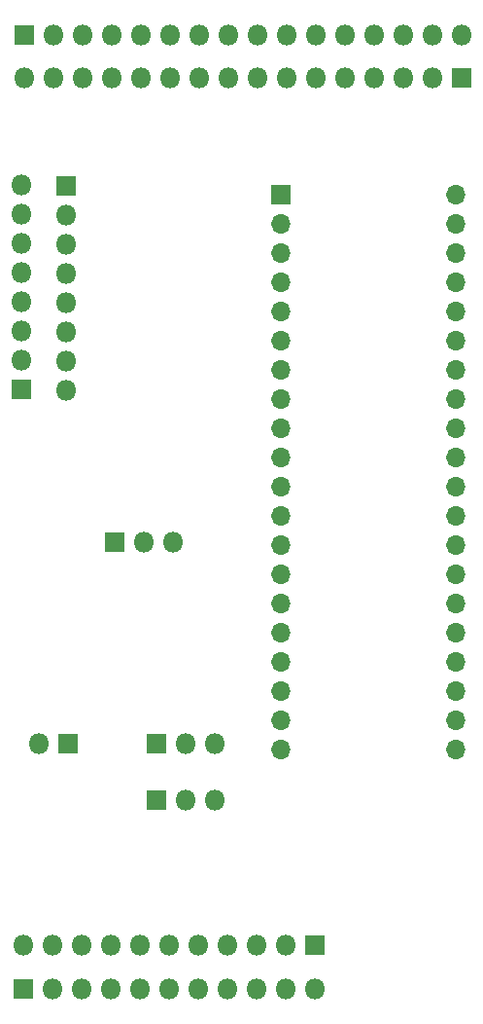
<source format=gbr>
%TF.GenerationSoftware,KiCad,Pcbnew,(5.1.6)-1*%
%TF.CreationDate,2020-09-22T22:20:25+03:00*%
%TF.ProjectId,Z80_devboard,5a38305f-6465-4766-926f-6172642e6b69,rev?*%
%TF.SameCoordinates,Original*%
%TF.FileFunction,Soldermask,Bot*%
%TF.FilePolarity,Negative*%
%FSLAX46Y46*%
G04 Gerber Fmt 4.6, Leading zero omitted, Abs format (unit mm)*
G04 Created by KiCad (PCBNEW (5.1.6)-1) date 2020-09-22 22:20:25*
%MOMM*%
%LPD*%
G01*
G04 APERTURE LIST*
%ADD10O,1.700000X1.700000*%
%ADD11R,1.700000X1.700000*%
%ADD12O,1.800000X1.800000*%
%ADD13R,1.800000X1.800000*%
G04 APERTURE END LIST*
D10*
%TO.C,U3*%
X116840000Y-69088000D03*
X101600000Y-117348000D03*
X116840000Y-71628000D03*
X101600000Y-114808000D03*
X116840000Y-74168000D03*
X101600000Y-112268000D03*
X116840000Y-76708000D03*
X101600000Y-109728000D03*
X116840000Y-79248000D03*
X101600000Y-107188000D03*
X116840000Y-81788000D03*
X101600000Y-104648000D03*
X116840000Y-84328000D03*
X101600000Y-102108000D03*
X116840000Y-86868000D03*
X101600000Y-99568000D03*
X116840000Y-89408000D03*
X101600000Y-97028000D03*
X116840000Y-91948000D03*
X101600000Y-94488000D03*
X116840000Y-94488000D03*
X101600000Y-91948000D03*
X116840000Y-97028000D03*
X101600000Y-89408000D03*
X116840000Y-99568000D03*
X101600000Y-86868000D03*
X116840000Y-102108000D03*
X101600000Y-84328000D03*
X116840000Y-104648000D03*
X101600000Y-81788000D03*
X116840000Y-107188000D03*
X101600000Y-79248000D03*
X116840000Y-109728000D03*
X101600000Y-76708000D03*
X116840000Y-112268000D03*
X101600000Y-74168000D03*
X116840000Y-114808000D03*
X101600000Y-71628000D03*
X116840000Y-117348000D03*
D11*
X101600000Y-69088000D03*
%TD*%
D12*
%TO.C,J10*%
X104584500Y-138163300D03*
X102044500Y-138163300D03*
X99504500Y-138163300D03*
X96964500Y-138163300D03*
X94424500Y-138163300D03*
X91884500Y-138163300D03*
X89344500Y-138163300D03*
X86804500Y-138163300D03*
X84264500Y-138163300D03*
X81724500Y-138163300D03*
D13*
X79184500Y-138163300D03*
%TD*%
D12*
%TO.C,J9*%
X117360700Y-55143400D03*
X114820700Y-55143400D03*
X112280700Y-55143400D03*
X109740700Y-55143400D03*
X107200700Y-55143400D03*
X104660700Y-55143400D03*
X102120700Y-55143400D03*
X99580700Y-55143400D03*
X97040700Y-55143400D03*
X94500700Y-55143400D03*
X91960700Y-55143400D03*
X89420700Y-55143400D03*
X86880700Y-55143400D03*
X84340700Y-55143400D03*
X81800700Y-55143400D03*
D13*
X79260700Y-55143400D03*
%TD*%
D12*
%TO.C,J8*%
X79070200Y-68237100D03*
X79070200Y-70777100D03*
X79070200Y-73317100D03*
X79070200Y-75857100D03*
X79070200Y-78397100D03*
X79070200Y-80937100D03*
X79070200Y-83477100D03*
D13*
X79070200Y-86017100D03*
%TD*%
D12*
%TO.C,J7*%
X95846900Y-121742200D03*
X93306900Y-121742200D03*
D13*
X90766900Y-121742200D03*
%TD*%
D12*
%TO.C,J6*%
X95885000Y-116776500D03*
X93345000Y-116776500D03*
D13*
X90805000Y-116776500D03*
%TD*%
D12*
%TO.C,J5*%
X92265500Y-99250500D03*
X89725500Y-99250500D03*
D13*
X87185500Y-99250500D03*
%TD*%
D12*
%TO.C,J4*%
X80581500Y-116840000D03*
D13*
X83121500Y-116840000D03*
%TD*%
D12*
%TO.C,J3*%
X79184500Y-134366000D03*
X81724500Y-134366000D03*
X84264500Y-134366000D03*
X86804500Y-134366000D03*
X89344500Y-134366000D03*
X91884500Y-134366000D03*
X94424500Y-134366000D03*
X96964500Y-134366000D03*
X99504500Y-134366000D03*
X102044500Y-134366000D03*
D13*
X104584500Y-134366000D03*
%TD*%
D12*
%TO.C,J2*%
X79248000Y-58864500D03*
X81788000Y-58864500D03*
X84328000Y-58864500D03*
X86868000Y-58864500D03*
X89408000Y-58864500D03*
X91948000Y-58864500D03*
X94488000Y-58864500D03*
X97028000Y-58864500D03*
X99568000Y-58864500D03*
X102108000Y-58864500D03*
X104648000Y-58864500D03*
X107188000Y-58864500D03*
X109728000Y-58864500D03*
X112268000Y-58864500D03*
X114808000Y-58864500D03*
D13*
X117348000Y-58864500D03*
%TD*%
D12*
%TO.C,J1*%
X82931000Y-86042500D03*
X82931000Y-83502500D03*
X82931000Y-80962500D03*
X82931000Y-78422500D03*
X82931000Y-75882500D03*
X82931000Y-73342500D03*
X82931000Y-70802500D03*
D13*
X82931000Y-68262500D03*
%TD*%
M02*

</source>
